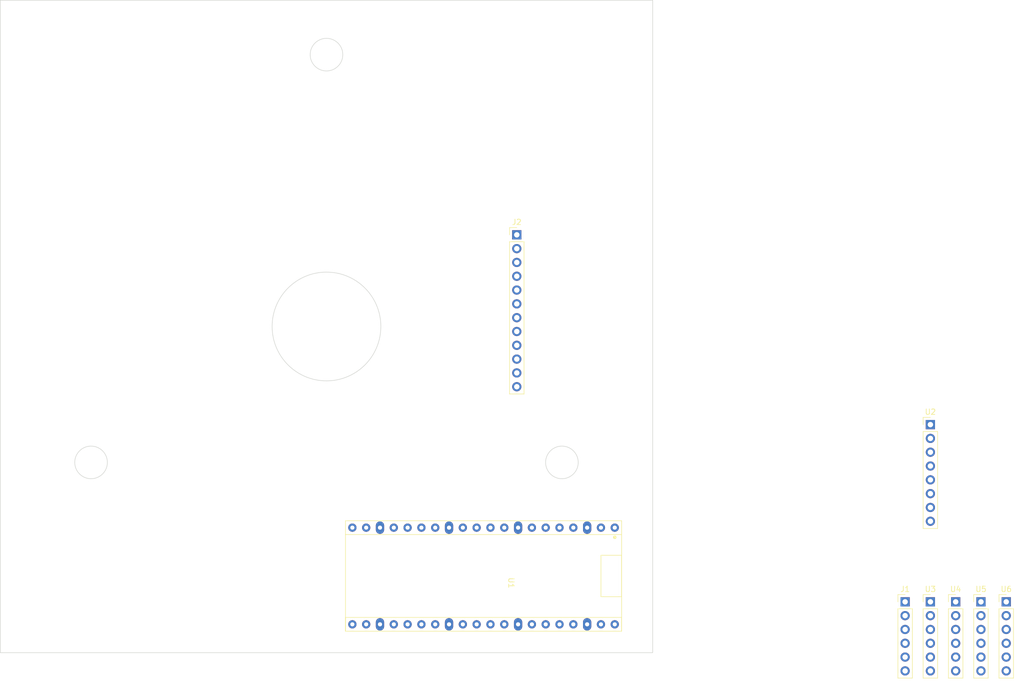
<source format=kicad_pcb>
(kicad_pcb (version 20221018) (generator pcbnew)
  (layers (0 "F.Cu" signal) (31 "B.Cu" signal) (34 "B.Paste" user) (35 "F.Paste" user) (36 "B.SilkS" user "B.Silkscreen") (37 "F.SilkS" user "F.Silkscreen") (38 "B.Mask" user) (39 "F.Mask" user) (44 "Edge.Cuts" user))
  (net 0 "")
  (net 1 "/EnA1")
  (net 2 "/EnB1")
  (net 3 "/EnA2")
  (net 4 "/EnB2")
  (net 5 "/EnA3")
  (net 6 "/EnB3")
  (net 7 "/PWMA_M1")
  (net 8 "/INA1_M1")
  (net 9 "/INA2_M1")
  (net 10 "/STBY_D1")
  (net 11 "/INB2_M2")
  (net 12 "/INB1_M2")
  (net 13 "/PWMB_M2")
  (net 14 "/PWMA_M3")
  (net 15 "/INA1_M3")
  (net 16 "/INA2_M3")
  (net 17 "/STBY_D2")
  (net 18 "/INB2_M4")
  (net 19 "GND")
  (net 20 "/SDA_0")
  (net 21 "/SCL_0")
  (net 22 "/INB1_M4")
  (net 23 "/PWMB_M4")
  (net 31 "+3.3V")
  (net 33 "+5V")
  (footprint "sche:RaspberryPico_PicoW" (layer "F.Cu") (at 124.76 124 -90)
    (fp_text reference "U1" (at 10.16 -29.21 -90 unlocked) (layer "F.SilkS"))
    (fp_text value "Raspberry Pico/PicoW")
    (fp_line (start 1.27 -49.53) (end 19.05 -49.53) (stroke (width 0.12)) (layer "F.SilkS"))
    (fp_line (start 1.27 1.27) (end 19.05 1.27) (stroke (width 0.12)) (layer "F.SilkS"))
    (fp_rect (start -1.27 -49.53) (end 1.27 1.27) (stroke (width 0.12)) (fill none) (layer "F.SilkS"))
    (fp_rect (start 5.08 -49.53) (end 12.7 -45.72) (stroke (width 0.12)) (fill none) (layer "F.SilkS"))
    (fp_rect (start 16.51 -49.53) (end 19.05 1.27) (stroke (width 0.12)) (fill none) (layer "F.SilkS"))
    (fp_circle (center 1.778 -48.26) (end 2.032 -48.26) (stroke (width 0.12)) (fill solid) (layer "F.SilkS"))
    (pad "1" thru_hole circle (at 0 -48.26 270) (size 1.524 1.524) (drill 0.762) (layers "*.Cu" "*.Mask") (net 7 "/PWMA_M1"))
    (pad "2" thru_hole circle (at 0 -45.72 270) (size 1.524 1.524) (drill 0.762) (layers "*.Cu" "*.Mask") (net 8 "/INA1_M1"))
    (pad "3" thru_hole oval (at 0 -43.18 270) (size 2.286 1.524) (drill 0.762) (layers "*.Cu" "*.Mask") (net 19 "GND"))
    (pad "4" thru_hole circle (at 0 -40.64 270) (size 1.524 1.524) (drill 0.762) (layers "*.Cu" "*.Mask") (net 9 "/INA2_M1"))
    (pad "5" thru_hole circle (at 0 -38.1 270) (size 1.524 1.524) (drill 0.762) (layers "*.Cu" "*.Mask") (net 10 "/STBY_D1"))
    (pad "6" thru_hole circle (at 0 -35.56 270) (size 1.524 1.524) (drill 0.762) (layers "*.Cu" "*.Mask") (net 20 "/SDA_0"))
    (pad "7" thru_hole circle (at 0 -33.02 270) (size 1.524 1.524) (drill 0.762) (layers "*.Cu" "*.Mask") (net 21 "/SCL_0"))
    (pad "8" thru_hole oval (at 0 -30.48 270) (size 2.286 1.524) (drill 0.762) (layers "*.Cu" "*.Mask") (net 19 "GND"))
    (pad "9" thru_hole circle (at 0 -27.94 270) (size 1.524 1.524) (drill 0.762) (layers "*.Cu" "*.Mask") (net 11 "/INB2_M2"))
    (pad "10" thru_hole circle (at 0 -25.4 270) (size 1.524 1.524) (drill 0.762) (layers "*.Cu" "*.Mask") (net 12 "/INB1_M2"))
    (pad "11" thru_hole circle (at 0 -22.86 270) (size 1.524 1.524) (drill 0.762) (layers "*.Cu" "*.Mask") (net 13 "/PWMB_M2"))
    (pad "12" thru_hole circle (at 0 -20.32 270) (size 1.524 1.524) (drill 0.762) (layers "*.Cu" "*.Mask") (net 14 "/PWMA_M3"))
    (pad "13" thru_hole oval (at 0 -17.78 270) (size 2.286 1.524) (drill 0.762) (layers "*.Cu" "*.Mask") (net 19 "GND"))
    (pad "14" thru_hole circle (at 0 -15.24 270) (size 1.524 1.524) (drill 0.762) (layers "*.Cu" "*.Mask") (net 15 "/INA1_M3"))
    (pad "15" thru_hole circle (at 0 -12.7 270) (size 1.524 1.524) (drill 0.762) (layers "*.Cu" "*.Mask") (net 16 "/INA2_M3"))
    (pad "16" thru_hole circle (at 0 -10.16 270) (size 1.524 1.524) (drill 0.762) (layers "*.Cu" "*.Mask") (net 17 "/STBY_D2"))
    (pad "17" thru_hole circle (at 0 -7.62 270) (size 1.524 1.524) (drill 0.762) (layers "*.Cu" "*.Mask") (net 18 "/INB2_M4"))
    (pad "18" thru_hole oval (at 0 -5.08 270) (size 2.286 1.524) (drill 0.762) (layers "*.Cu" "*.Mask") (net 19 "GND"))
    (pad "19" thru_hole circle (at 0 -2.54 270) (size 1.524 1.524) (drill 0.762) (layers "*.Cu" "*.Mask") (net 22 "/INB1_M4"))
    (pad "20" thru_hole circle (at 0 0 270) (size 1.524 1.524) (drill 0.762) (layers "*.Cu" "*.Mask") (net 23 "/PWMB_M4"))
    (pad "21" thru_hole circle (at 17.78 0 90) (size 1.524 1.524) (drill 0.762) (layers "*.Cu" "*.Mask") (net 1 "/EnA1"))
    (pad "22" thru_hole circle (at 17.78 -2.54 90) (size 1.524 1.524) (drill 0.762) (layers "*.Cu" "*.Mask") (net 2 "/EnB1"))
    (pad "23" thru_hole oval (at 17.78 -5.08 90) (size 2.286 1.524) (drill 0.762) (layers "*.Cu" "*.Mask") (net 19 "GND"))
    (pad "24" thru_hole circle (at 17.78 -7.62 90) (size 1.524 1.524) (drill 0.762) (layers "*.Cu" "*.Mask"))
    (pad "25" thru_hole circle (at 17.78 -10.16 90) (size 1.524 1.524) (drill 0.762) (layers "*.Cu" "*.Mask"))
    (pad "26" thru_hole circle (at 17.78 -12.7 90) (size 1.524 1.524) (drill 0.762) (layers "*.Cu" "*.Mask"))
    (pad "27" thru_hole circle (at 17.78 -15.24 90) (size 1.524 1.524) (drill 0.762) (layers "*.Cu" "*.Mask") (net 3 "/EnA2"))
    (pad "28" thru_hole oval (at 17.78 -17.78 90) (size 2.286 1.524) (drill 0.762) (layers "*.Cu" "*.Mask") (net 19 "GND"))
    (pad "29" thru_hole circle (at 17.78 -20.32 90) (size 1.524 1.524) (drill 0.762) (layers "*.Cu" "*.Mask") (net 4 "/EnB2"))
    (pad "30" thru_hole circle (at 17.78 -22.86 90) (size 1.524 1.524) (drill 0.762) (layers "*.Cu" "*.Mask"))
    (pad "31" thru_hole circle (at 17.78 -25.4 90) (size 1.524 1.524) (drill 0.762) (layers "*.Cu" "*.Mask") (net 5 "/EnA3"))
    (pad "32" thru_hole circle (at 17.78 -27.94 90) (size 1.524 1.524) (drill 0.762) (layers "*.Cu" "*.Mask") (net 6 "/EnB3"))
    (pad "33" thru_hole oval (at 17.78 -30.48 90) (size 2.286 1.524) (drill 0.762) (layers "*.Cu" "*.Mask"))
    (pad "34" thru_hole circle (at 17.78 -33.02 90) (size 1.524 1.524) (drill 0.762) (layers "*.Cu" "*.Mask"))
    (pad "35" thru_hole circle (at 17.78 -35.56 90) (size 1.524 1.524) (drill 0.762) (layers "*.Cu" "*.Mask"))
    (pad "36" thru_hole circle (at 17.78 -38.1 90) (size 1.524 1.524) (drill 0.762) (layers "*.Cu" "*.Mask") (net 31 "+3.3V"))
    (pad "37" thru_hole circle (at 17.78 -40.64 90) (size 1.524 1.524) (drill 0.762) (layers "*.Cu" "*.Mask"))
    (pad "38" thru_hole oval (at 17.78 -43.18 90) (size 2.286 1.524) (drill 0.762) (layers "*.Cu" "*.Mask") (net 19 "GND"))
    (pad "39" thru_hole circle (at 17.78 -45.72 90) (size 1.524 1.524) (drill 0.762) (layers "*.Cu" "*.Mask") (net 33 "+5V"))
    (pad "40" thru_hole circle (at 17.78 -48.26 90) (size 1.524 1.524) (drill 0.762) (layers "*.Cu" "*.Mask"))
  )
  (footprint "Connector_PinHeader_2.54mm:PinHeader_1x06_P2.54mm_Vertical" (layer "F.Cu") (at 226.425 137.645)
    (fp_text reference "J1" (at 0 -2.33) (layer "F.SilkS"))
    (fp_text value "Encoder Input")
    (fp_line (start -1.33 -1.33) (end 0 -1.33) (stroke (width 0.12)) (layer "F.SilkS"))
    (fp_line (start -1.33 0) (end -1.33 -1.33) (stroke (width 0.12)) (layer "F.SilkS"))
    (fp_line (start -1.33 1.27) (end -1.33 14.03) (stroke (width 0.12)) (layer "F.SilkS"))
    (fp_line (start -1.33 1.27) (end 1.33 1.27) (stroke (width 0.12)) (layer "F.SilkS"))
    (fp_line (start -1.33 14.03) (end 1.33 14.03) (stroke (width 0.12)) (layer "F.SilkS"))
    (fp_line (start 1.33 1.27) (end 1.33 14.03) (stroke (width 0.12)) (layer "F.SilkS"))
    (pad "1" thru_hole rect (at 0 0) (size 1.7 1.7) (drill 1) (layers "*.Cu" "*.Mask") (net 1 "/EnA1"))
    (pad "2" thru_hole oval (at 0 2.54) (size 1.7 1.7) (drill 1) (layers "*.Cu" "*.Mask") (net 2 "/EnB1"))
    (pad "3" thru_hole oval (at 0 5.08) (size 1.7 1.7) (drill 1) (layers "*.Cu" "*.Mask") (net 3 "/EnA2"))
    (pad "4" thru_hole oval (at 0 7.62) (size 1.7 1.7) (drill 1) (layers "*.Cu" "*.Mask") (net 4 "/EnB2"))
    (pad "5" thru_hole oval (at 0 10.16) (size 1.7 1.7) (drill 1) (layers "*.Cu" "*.Mask") (net 5 "/EnA3"))
    (pad "6" thru_hole oval (at 0 12.7) (size 1.7 1.7) (drill 1) (layers "*.Cu" "*.Mask") (net 6 "/EnB3"))
  )
  (footprint "Connector_PinHeader_2.54mm:PinHeader_1x06_P2.54mm_Vertical" (layer "F.Cu") (at 245.025 137.645)
    (fp_text reference "U6" (at 0 -2.33) (layer "F.SilkS"))
    (fp_text value "VL05L0X")
    (fp_line (start -1.33 -1.33) (end 0 -1.33) (stroke (width 0.12)) (layer "F.SilkS"))
    (fp_line (start -1.33 0) (end -1.33 -1.33) (stroke (width 0.12)) (layer "F.SilkS"))
    (fp_line (start -1.33 1.27) (end -1.33 14.03) (stroke (width 0.12)) (layer "F.SilkS"))
    (fp_line (start -1.33 1.27) (end 1.33 1.27) (stroke (width 0.12)) (layer "F.SilkS"))
    (fp_line (start -1.33 14.03) (end 1.33 14.03) (stroke (width 0.12)) (layer "F.SilkS"))
    (fp_line (start 1.33 1.27) (end 1.33 14.03) (stroke (width 0.12)) (layer "F.SilkS"))
    (pad "1" thru_hole rect (at 0 0) (size 1.7 1.7) (drill 1) (layers "*.Cu" "*.Mask") (net 31 "+3.3V"))
    (pad "2" thru_hole oval (at 0 2.54) (size 1.7 1.7) (drill 1) (layers "*.Cu" "*.Mask") (net 19 "GND"))
    (pad "3" thru_hole oval (at 0 5.08) (size 1.7 1.7) (drill 1) (layers "*.Cu" "*.Mask") (net 20 "/SDA_0"))
    (pad "4" thru_hole oval (at 0 7.62) (size 1.7 1.7) (drill 1) (layers "*.Cu" "*.Mask") (net 21 "/SCL_0"))
    (pad "5" thru_hole oval (at 0 10.16) (size 1.7 1.7) (drill 1) (layers "*.Cu" "*.Mask"))
    (pad "6" thru_hole oval (at 0 12.7) (size 1.7 1.7) (drill 1) (layers "*.Cu" "*.Mask"))
  )
  (footprint "Connector_PinHeader_2.54mm:PinHeader_1x06_P2.54mm_Vertical" (layer "F.Cu") (at 240.375 137.645)
    (fp_text reference "U5" (at 0 -2.33) (layer "F.SilkS"))
    (fp_text value "VL05L0X")
    (fp_line (start -1.33 -1.33) (end 0 -1.33) (stroke (width 0.12)) (layer "F.SilkS"))
    (fp_line (start -1.33 0) (end -1.33 -1.33) (stroke (width 0.12)) (layer "F.SilkS"))
    (fp_line (start -1.33 1.27) (end -1.33 14.03) (stroke (width 0.12)) (layer "F.SilkS"))
    (fp_line (start -1.33 1.27) (end 1.33 1.27) (stroke (width 0.12)) (layer "F.SilkS"))
    (fp_line (start -1.33 14.03) (end 1.33 14.03) (stroke (width 0.12)) (layer "F.SilkS"))
    (fp_line (start 1.33 1.27) (end 1.33 14.03) (stroke (width 0.12)) (layer "F.SilkS"))
    (pad "1" thru_hole rect (at 0 0) (size 1.7 1.7) (drill 1) (layers "*.Cu" "*.Mask") (net 31 "+3.3V"))
    (pad "2" thru_hole oval (at 0 2.54) (size 1.7 1.7) (drill 1) (layers "*.Cu" "*.Mask") (net 19 "GND"))
    (pad "3" thru_hole oval (at 0 5.08) (size 1.7 1.7) (drill 1) (layers "*.Cu" "*.Mask") (net 20 "/SDA_0"))
    (pad "4" thru_hole oval (at 0 7.62) (size 1.7 1.7) (drill 1) (layers "*.Cu" "*.Mask") (net 21 "/SCL_0"))
    (pad "5" thru_hole oval (at 0 10.16) (size 1.7 1.7) (drill 1) (layers "*.Cu" "*.Mask"))
    (pad "6" thru_hole oval (at 0 12.7) (size 1.7 1.7) (drill 1) (layers "*.Cu" "*.Mask"))
  )
  (footprint "Connector_PinHeader_2.54mm:PinHeader_1x08_P2.54mm_Vertical" (layer "F.Cu") (at 231.075 105.045)
    (fp_text reference "U2" (at 0 -2.33) (layer "F.SilkS"))
    (fp_text value "MPU6050 module")
    (fp_line (start -1.33 -1.33) (end 0 -1.33) (stroke (width 0.12)) (layer "F.SilkS"))
    (fp_line (start -1.33 0) (end -1.33 -1.33) (stroke (width 0.12)) (layer "F.SilkS"))
    (fp_line (start -1.33 1.27) (end -1.33 19.11) (stroke (width 0.12)) (layer "F.SilkS"))
    (fp_line (start -1.33 1.27) (end 1.33 1.27) (stroke (width 0.12)) (layer "F.SilkS"))
    (fp_line (start -1.33 19.11) (end 1.33 19.11) (stroke (width 0.12)) (layer "F.SilkS"))
    (fp_line (start 1.33 1.27) (end 1.33 19.11) (stroke (width 0.12)) (layer "F.SilkS"))
    (pad "1" thru_hole rect (at 0 0) (size 1.7 1.7) (drill 1) (layers "*.Cu" "*.Mask") (net 33 "+5V"))
    (pad "2" thru_hole oval (at 0 2.54) (size 1.7 1.7) (drill 1) (layers "*.Cu" "*.Mask") (net 19 "GND"))
    (pad "3" thru_hole oval (at 0 5.08) (size 1.7 1.7) (drill 1) (layers "*.Cu" "*.Mask") (net 21 "/SCL_0"))
    (pad "4" thru_hole oval (at 0 7.62) (size 1.7 1.7) (drill 1) (layers "*.Cu" "*.Mask") (net 20 "/SDA_0"))
    (pad "5" thru_hole oval (at 0 10.16) (size 1.7 1.7) (drill 1) (layers "*.Cu" "*.Mask"))
    (pad "6" thru_hole oval (at 0 12.7) (size 1.7 1.7) (drill 1) (layers "*.Cu" "*.Mask"))
    (pad "7" thru_hole oval (at 0 15.24) (size 1.7 1.7) (drill 1) (layers "*.Cu" "*.Mask"))
    (pad "8" thru_hole oval (at 0 17.78) (size 1.7 1.7) (drill 1) (layers "*.Cu" "*.Mask"))
  )
  (footprint "Connector_PinHeader_2.54mm:PinHeader_1x06_P2.54mm_Vertical" (layer "F.Cu") (at 231.075 137.645)
    (fp_text reference "U3" (at 0 -2.33) (layer "F.SilkS"))
    (fp_text value "VL05L0X")
    (fp_line (start -1.33 -1.33) (end 0 -1.33) (stroke (width 0.12)) (layer "F.SilkS"))
    (fp_line (start -1.33 0) (end -1.33 -1.33) (stroke (width 0.12)) (layer "F.SilkS"))
    (fp_line (start -1.33 1.27) (end -1.33 14.03) (stroke (width 0.12)) (layer "F.SilkS"))
    (fp_line (start -1.33 1.27) (end 1.33 1.27) (stroke (width 0.12)) (layer "F.SilkS"))
    (fp_line (start -1.33 14.03) (end 1.33 14.03) (stroke (width 0.12)) (layer "F.SilkS"))
    (fp_line (start 1.33 1.27) (end 1.33 14.03) (stroke (width 0.12)) (layer "F.SilkS"))
    (pad "1" thru_hole rect (at 0 0) (size 1.7 1.7) (drill 1) (layers "*.Cu" "*.Mask") (net 31 "+3.3V"))
    (pad "2" thru_hole oval (at 0 2.54) (size 1.7 1.7) (drill 1) (layers "*.Cu" "*.Mask") (net 19 "GND"))
    (pad "3" thru_hole oval (at 0 5.08) (size 1.7 1.7) (drill 1) (layers "*.Cu" "*.Mask") (net 20 "/SDA_0"))
    (pad "4" thru_hole oval (at 0 7.62) (size 1.7 1.7) (drill 1) (layers "*.Cu" "*.Mask") (net 21 "/SCL_0"))
    (pad "5" thru_hole oval (at 0 10.16) (size 1.7 1.7) (drill 1) (layers "*.Cu" "*.Mask"))
    (pad "6" thru_hole oval (at 0 12.7) (size 1.7 1.7) (drill 1) (layers "*.Cu" "*.Mask"))
  )
  (footprint "Connector_PinHeader_2.54mm:PinHeader_1x06_P2.54mm_Vertical" (layer "F.Cu") (at 235.725 137.645)
    (fp_text reference "U4" (at 0 -2.33) (layer "F.SilkS"))
    (fp_text value "VL05L0X")
    (fp_line (start -1.33 -1.33) (end 0 -1.33) (stroke (width 0.12)) (layer "F.SilkS"))
    (fp_line (start -1.33 0) (end -1.33 -1.33) (stroke (width 0.12)) (layer "F.SilkS"))
    (fp_line (start -1.33 1.27) (end -1.33 14.03) (stroke (width 0.12)) (layer "F.SilkS"))
    (fp_line (start -1.33 1.27) (end 1.33 1.27) (stroke (width 0.12)) (layer "F.SilkS"))
    (fp_line (start -1.33 14.03) (end 1.33 14.03) (stroke (width 0.12)) (layer "F.SilkS"))
    (fp_line (start 1.33 1.27) (end 1.33 14.03) (stroke (width 0.12)) (layer "F.SilkS"))
    (pad "1" thru_hole rect (at 0 0) (size 1.7 1.7) (drill 1) (layers "*.Cu" "*.Mask") (net 31 "+3.3V"))
    (pad "2" thru_hole oval (at 0 2.54) (size 1.7 1.7) (drill 1) (layers "*.Cu" "*.Mask") (net 19 "GND"))
    (pad "3" thru_hole oval (at 0 5.08) (size 1.7 1.7) (drill 1) (layers "*.Cu" "*.Mask") (net 20 "/SDA_0"))
    (pad "4" thru_hole oval (at 0 7.62) (size 1.7 1.7) (drill 1) (layers "*.Cu" "*.Mask") (net 21 "/SCL_0"))
    (pad "5" thru_hole oval (at 0 10.16) (size 1.7 1.7) (drill 1) (layers "*.Cu" "*.Mask"))
    (pad "6" thru_hole oval (at 0 12.7) (size 1.7 1.7) (drill 1) (layers "*.Cu" "*.Mask"))
  )
  (footprint "Connector_PinHeader_2.54mm:PinHeader_1x12_P2.54mm_Vertical" (layer "F.Cu") (at 155 70.14)
    (fp_text reference "J2" (at 0 -2.33) (layer "F.SilkS"))
    (fp_text value "Motor commands")
    (fp_line (start -1.33 -1.33) (end 0 -1.33) (stroke (width 0.12)) (layer "F.SilkS"))
    (fp_line (start -1.33 0) (end -1.33 -1.33) (stroke (width 0.12)) (layer "F.SilkS"))
    (fp_line (start -1.33 1.27) (end -1.33 29.27) (stroke (width 0.12)) (layer "F.SilkS"))
    (fp_line (start -1.33 1.27) (end 1.33 1.27) (stroke (width 0.12)) (layer "F.SilkS"))
    (fp_line (start -1.33 29.27) (end 1.33 29.27) (stroke (width 0.12)) (layer "F.SilkS"))
    (fp_line (start 1.33 1.27) (end 1.33 29.27) (stroke (width 0.12)) (layer "F.SilkS"))
    (pad "1" thru_hole rect (at 0 0) (size 1.7 1.7) (drill 1) (layers "*.Cu" "*.Mask") (net 7 "/PWMA_M1"))
    (pad "2" thru_hole oval (at 0 2.54) (size 1.7 1.7) (drill 1) (layers "*.Cu" "*.Mask") (net 8 "/INA1_M1"))
    (pad "3" thru_hole oval (at 0 5.08) (size 1.7 1.7) (drill 1) (layers "*.Cu" "*.Mask") (net 9 "/INA2_M1"))
    (pad "4" thru_hole oval (at 0 7.62) (size 1.7 1.7) (drill 1) (layers "*.Cu" "*.Mask") (net 10 "/STBY_D1"))
    (pad "5" thru_hole oval (at 0 10.16) (size 1.7 1.7) (drill 1) (layers "*.Cu" "*.Mask") (net 11 "/INB2_M2"))
    (pad "6" thru_hole oval (at 0 12.7) (size 1.7 1.7) (drill 1) (layers "*.Cu" "*.Mask") (net 12 "/INB1_M2"))
    (pad "7" thru_hole oval (at 0 15.24) (size 1.7 1.7) (drill 1) (layers "*.Cu" "*.Mask") (net 13 "/PWMB_M2"))
    (pad "8" thru_hole oval (at 0 17.78) (size 1.7 1.7) (drill 1) (layers "*.Cu" "*.Mask") (net 14 "/PWMA_M3"))
    (pad "9" thru_hole oval (at 0 20.32) (size 1.7 1.7) (drill 1) (layers "*.Cu" "*.Mask") (net 15 "/INA1_M3"))
    (pad "10" thru_hole oval (at 0 22.86) (size 1.7 1.7) (drill 1) (layers "*.Cu" "*.Mask") (net 16 "/INA2_M3"))
    (pad "11" thru_hole oval (at 0 25.4) (size 1.7 1.7) (drill 1) (layers "*.Cu" "*.Mask") (net 17 "/STBY_D2"))
    (pad "12" thru_hole oval (at 0 27.94) (size 1.7 1.7) (drill 1) (layers "*.Cu" "*.Mask") (net 18 "/INB2_M4"))
  )
  (gr_circle (center 163.30127 112) (end 166.30127 112) (stroke (width 0.1)) (fill none) (layer "Edge.Cuts"))
  (gr_circle (center 76.69873 112) (end 79.69873 112) (stroke (width 0.1)) (fill none) (layer "Edge.Cuts"))
  (gr_circle (center 120 37) (end 123 37) (stroke (width 0.1)) (fill none) (layer "Edge.Cuts"))
  (gr_rect (start 60 27) (end 180 147) (stroke (width 0.1)) (fill none) (layer "Edge.Cuts"))
  (gr_circle (center 120 87) (end 130 87) (stroke (width 0.1)) (fill none) (layer "Edge.Cuts"))
)
</source>
